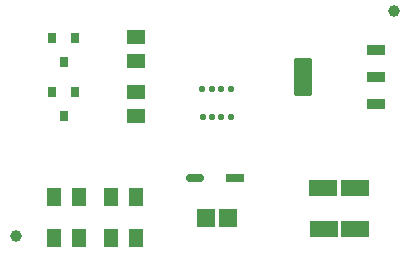
<source format=gtp>
G04*
G04 #@! TF.GenerationSoftware,Altium Limited,Altium Designer,20.1.14 (287)*
G04*
G04 Layer_Color=8421504*
%FSLAX25Y25*%
%MOIN*%
G70*
G04*
G04 #@! TF.SameCoordinates,ED3C4BB4-71E9-4A6E-9139-F99DAA76467E*
G04*
G04*
G04 #@! TF.FilePolarity,Positive*
G04*
G01*
G75*
%ADD16C,0.03937*%
G04:AMPARAMS|DCode=17|XSize=124.02mil|YSize=57.09mil|CornerRadius=2mil|HoleSize=0mil|Usage=FLASHONLY|Rotation=270.000|XOffset=0mil|YOffset=0mil|HoleType=Round|Shape=RoundedRectangle|*
%AMROUNDEDRECTD17*
21,1,0.12402,0.05309,0,0,270.0*
21,1,0.12002,0.05709,0,0,270.0*
1,1,0.00400,-0.02655,-0.06001*
1,1,0.00400,-0.02655,0.06001*
1,1,0.00400,0.02655,0.06001*
1,1,0.00400,0.02655,-0.06001*
%
%ADD17ROUNDEDRECTD17*%
G04:AMPARAMS|DCode=18|XSize=35.43mil|YSize=57.09mil|CornerRadius=1.95mil|HoleSize=0mil|Usage=FLASHONLY|Rotation=270.000|XOffset=0mil|YOffset=0mil|HoleType=Round|Shape=RoundedRectangle|*
%AMROUNDEDRECTD18*
21,1,0.03543,0.05319,0,0,270.0*
21,1,0.03154,0.05709,0,0,270.0*
1,1,0.00390,-0.02659,-0.01577*
1,1,0.00390,-0.02659,0.01577*
1,1,0.00390,0.02659,0.01577*
1,1,0.00390,0.02659,-0.01577*
%
%ADD18ROUNDEDRECTD18*%
G04:AMPARAMS|DCode=19|XSize=61.32mil|YSize=29.23mil|CornerRadius=14.62mil|HoleSize=0mil|Usage=FLASHONLY|Rotation=180.000|XOffset=0mil|YOffset=0mil|HoleType=Round|Shape=RoundedRectangle|*
%AMROUNDEDRECTD19*
21,1,0.06132,0.00000,0,0,180.0*
21,1,0.03209,0.02923,0,0,180.0*
1,1,0.02923,-0.01604,0.00000*
1,1,0.02923,0.01604,0.00000*
1,1,0.02923,0.01604,0.00000*
1,1,0.02923,-0.01604,0.00000*
%
%ADD19ROUNDEDRECTD19*%
%ADD20R,0.06132X0.02923*%
G04:AMPARAMS|DCode=21|XSize=19.68mil|YSize=19.68mil|CornerRadius=2.46mil|HoleSize=0mil|Usage=FLASHONLY|Rotation=270.000|XOffset=0mil|YOffset=0mil|HoleType=Round|Shape=RoundedRectangle|*
%AMROUNDEDRECTD21*
21,1,0.01968,0.01476,0,0,270.0*
21,1,0.01476,0.01968,0,0,270.0*
1,1,0.00492,-0.00738,-0.00738*
1,1,0.00492,-0.00738,0.00738*
1,1,0.00492,0.00738,0.00738*
1,1,0.00492,0.00738,-0.00738*
%
%ADD21ROUNDEDRECTD21*%
%ADD22R,0.06102X0.06102*%
%ADD23R,0.06102X0.04921*%
%ADD24R,0.03150X0.03543*%
%ADD25R,0.04921X0.06102*%
%ADD26R,0.09252X0.05315*%
D16*
X68991Y72625D02*
D03*
X195000Y147500D02*
D03*
D17*
X164894Y125500D02*
D03*
D18*
X189106Y134555D02*
D03*
Y125500D02*
D03*
Y116445D02*
D03*
D19*
X128882Y92000D02*
D03*
D20*
X142270D02*
D03*
D21*
X140724Y112276D02*
D03*
X137575D02*
D03*
X134425D02*
D03*
X131276D02*
D03*
X131197Y121724D02*
D03*
X134425D02*
D03*
X137575D02*
D03*
X140724D02*
D03*
D22*
X132358Y78500D02*
D03*
X139642D02*
D03*
D23*
X109000Y120571D02*
D03*
Y112500D02*
D03*
Y131000D02*
D03*
Y139071D02*
D03*
D24*
X88740Y120437D02*
D03*
X81260D02*
D03*
X85000Y112563D02*
D03*
Y130563D02*
D03*
X81260Y138437D02*
D03*
X88740D02*
D03*
D25*
X100929Y72000D02*
D03*
X109000D02*
D03*
X100929Y85500D02*
D03*
X109000D02*
D03*
X90000D02*
D03*
X81929D02*
D03*
X90000Y72000D02*
D03*
X81929D02*
D03*
D26*
X171602Y88500D02*
D03*
X182035D02*
D03*
X171783Y75000D02*
D03*
X182217D02*
D03*
M02*

</source>
